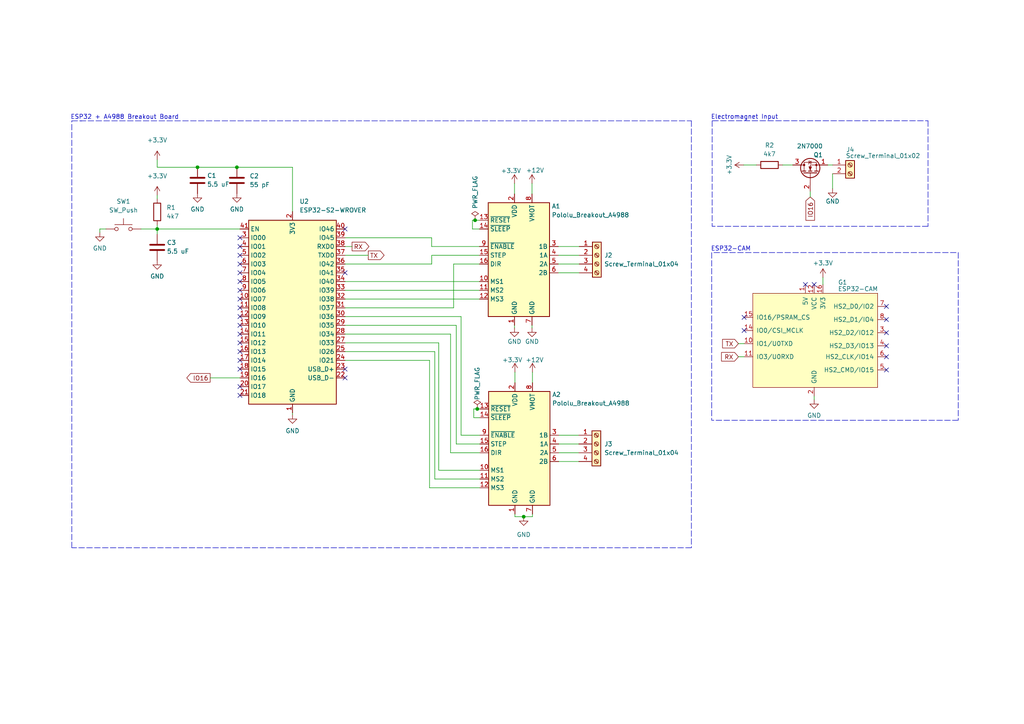
<source format=kicad_sch>
(kicad_sch (version 20211123) (generator eeschema)
  (paper "A4")
  (title_block (title "MCU, Camera, Motor Driver and Electromagnet") (date "2024-05-13"))
  (lib_symbols
    (symbol "Connector:Screw_Terminal_01x02" (pin_names (offset 1.016) hide)
      (property "Reference" "J" (at 0 2.54 0))
      (property "Value" "Screw_Terminal_01x02" (at 0 -5.08 0))
      (symbol "Screw_Terminal_01x02_1_1"
        (rectangle (start -1.27 1.27) (end 1.27 -3.81) (stroke (width 0.254)) (fill (type background)))
        (circle (center 0 -2.54) (radius 0.635) (stroke (width 0.1524)))
        (polyline (pts (xy -0.5334 -2.2098) (xy 0.3302 -3.048)) (stroke (width 0.1524)))
        (polyline (pts (xy -0.5334 0.3302) (xy 0.3302 -0.508)) (stroke (width 0.1524)))
        (polyline (pts (xy -0.3556 -2.032) (xy 0.508 -2.8702)) (stroke (width 0.1524)))
        (polyline (pts (xy -0.3556 0.508) (xy 0.508 -0.3302)) (stroke (width 0.1524)))
        (circle (center 0 0) (radius 0.635) (stroke (width 0.1524)))
        (pin passive line (at -5.08 0 0) (length 3.81) (name "Pin_1") (number "1"))
        (pin passive line (at -5.08 -2.54 0) (length 3.81) (name "Pin_2") (number "2"))
      )
    )
    (symbol "Connector:Screw_Terminal_01x04" (pin_names (offset 1.016) hide)
      (property "Reference" "J" (at 0 5.08 0))
      (property "Value" "Screw_Terminal_01x04" (at 0 -7.62 0))
      (symbol "Screw_Terminal_01x04_1_1"
        (rectangle (start -1.27 3.81) (end 1.27 -6.35) (stroke (width 0.254)) (fill (type background)))
        (circle (center 0 -5.08) (radius 0.635) (stroke (width 0.1524)))
        (circle (center 0 -2.54) (radius 0.635) (stroke (width 0.1524)))
        (polyline (pts (xy -0.5334 -4.7498) (xy 0.3302 -5.588)) (stroke (width 0.1524)))
        (polyline (pts (xy -0.5334 -2.2098) (xy 0.3302 -3.048)) (stroke (width 0.1524)))
        (polyline (pts (xy -0.5334 0.3302) (xy 0.3302 -0.508)) (stroke (width 0.1524)))
        (polyline (pts (xy -0.5334 2.8702) (xy 0.3302 2.032)) (stroke (width 0.1524)))
        (polyline (pts (xy -0.3556 -4.572) (xy 0.508 -5.4102)) (stroke (width 0.1524)))
        (polyline (pts (xy -0.3556 -2.032) (xy 0.508 -2.8702)) (stroke (width 0.1524)))
        (polyline (pts (xy -0.3556 0.508) (xy 0.508 -0.3302)) (stroke (width 0.1524)))
        (polyline (pts (xy -0.3556 3.048) (xy 0.508 2.2098)) (stroke (width 0.1524)))
        (circle (center 0 0) (radius 0.635) (stroke (width 0.1524)))
        (circle (center 0 2.54) (radius 0.635) (stroke (width 0.1524)))
        (pin passive line (at -5.08 2.54 0) (length 3.81) (name "Pin_1") (number "1"))
        (pin passive line (at -5.08 0 0) (length 3.81) (name "Pin_2") (number "2"))
        (pin passive line (at -5.08 -2.54 0) (length 3.81) (name "Pin_3") (number "3"))
        (pin passive line (at -5.08 -5.08 0) (length 3.81) (name "Pin_4") (number "4"))
      )
    )
    (symbol "Device:C" (pin_numbers hide) (pin_names (offset 0.254))
      (property "Reference" "C" (at 0.635 2.54 0))
      (property "Value" "C" (at 0.635 -2.54 0))
      (symbol "C_0_1"
        (polyline (pts (xy -2.032 -0.762) (xy 2.032 -0.762)) (stroke (width 0.508)))
        (polyline (pts (xy -2.032 0.762) (xy 2.032 0.762)) (stroke (width 0.508)))
      )
      (symbol "C_1_1"
        (pin passive line (at 0 3.81 270) (length 2.794) (name "~") (number "1"))
        (pin passive line (at 0 -3.81 90) (length 2.794) (name "~") (number "2"))
      )
    )
    (symbol "Device:R" (pin_numbers hide) (pin_names (offset 0))
      (property "Reference" "R" (at 2.032 0 90))
      (property "Value" "R" (at 0 0 90))
      (symbol "R_0_1"
        (rectangle (start -1.016 -2.54) (end 1.016 2.54) (stroke (width 0.254)))
      )
      (symbol "R_1_1"
        (pin passive line (at 0 3.81 270) (length 1.27) (name "~") (number "1"))
        (pin passive line (at 0 -3.81 90) (length 1.27) (name "~") (number "2"))
      )
    )
    (symbol "Driver_Motor:Pololu_Breakout_A4988"
      (property "Reference" "A" (at -2.54 19.05 0))
      (property "Value" "Pololu_Breakout_A4988" (at -2.54 16.51 0))
      (symbol "Pololu_Breakout_A4988_0_1"
        (rectangle (start 10.16 -17.78) (end -7.62 15.24) (stroke (width 0.254)) (fill (type background)))
      )
      (symbol "Pololu_Breakout_A4988_1_1"
        (pin power_in line (at 0 -20.32 90) (length 2.54) (name "GND") (number "1"))
        (pin input line (at -10.16 -7.62 0) (length 2.54) (name "MS1") (number "10"))
        (pin input line (at -10.16 -10.16 0) (length 2.54) (name "MS2") (number "11"))
        (pin input line (at -10.16 -12.7 0) (length 2.54) (name "MS3") (number "12"))
        (pin input line (at -10.16 10.16 0) (length 2.54) (name "~{RESET}") (number "13"))
        (pin input line (at -10.16 7.62 0) (length 2.54) (name "~{SLEEP}") (number "14"))
        (pin input line (at -10.16 0 0) (length 2.54) (name "STEP") (number "15"))
        (pin input line (at -10.16 -2.54 0) (length 2.54) (name "DIR") (number "16"))
        (pin power_in line (at 0 17.78 270) (length 2.54) (name "VDD") (number "2"))
        (pin output line (at 12.7 2.54 180) (length 2.54) (name "1B") (number "3"))
        (pin output line (at 12.7 0 180) (length 2.54) (name "1A") (number "4"))
        (pin output line (at 12.7 -2.54 180) (length 2.54) (name "2A") (number "5"))
        (pin output line (at 12.7 -5.08 180) (length 2.54) (name "2B") (number "6"))
        (pin power_in line (at 5.08 -20.32 90) (length 2.54) (name "GND") (number "7"))
        (pin power_in line (at 5.08 17.78 270) (length 2.54) (name "VMOT") (number "8"))
        (pin input line (at -10.16 2.54 0) (length 2.54) (name "~{ENABLE}") (number "9"))
      )
    )
    (symbol "ESP32-CAM:ESP32-CAM" (pin_names (offset 1.016))
      (symbol "ESP32-CAM_0_1"
        (rectangle (start -17.78 26.035) (end 18.415 -1.27) (fill (type background)))
      )
      (symbol "ESP32-CAM_1_1"
        (pin power_in line (at -2.54 28.575 270) (length 2.54) (name "5V") (number "1"))
        (pin bidirectional line (at -20.32 11.43 0) (length 2.54) (name "IO1/U0TXD") (number "10"))
        (pin bidirectional line (at -20.32 7.62 0) (length 2.54) (name "IO3/U0RXD") (number "11"))
        (pin power_in line (at 0 28.575 270) (length 2.54) (name "VCC") (number "12"))
        (pin bidirectional line (at -20.32 15.24 0) (length 2.54) (name "IO0/CSI_MCLK") (number "14"))
        (pin bidirectional line (at -20.32 19.05 0) (length 2.54) (name "IO16/PSRAM_CS") (number "15"))
        (pin power_in line (at 2.54 28.575 270) (length 2.54) (name "3V3") (number "16"))
        (pin power_in line (at 0 -3.81 90) (length 2.54) (name "GND") (number "2"))
        (pin bidirectional line (at 20.955 14.605 180) (length 2.54) (name "HS2_D2/IO12") (number "3"))
        (pin bidirectional line (at 20.955 10.795 180) (length 2.54) (name "HS2_D3/IO13") (number "4"))
        (pin bidirectional line (at 20.955 3.81 180) (length 2.54) (name "HS2_CMD/IO15") (number "5"))
        (pin bidirectional line (at 20.955 7.62 180) (length 2.54) (name "HS2_CLK/IO14") (number "6"))
        (pin bidirectional line (at 20.955 22.225 180) (length 2.54) (name "HS2_D0/IO2") (number "7"))
        (pin bidirectional line (at 20.955 18.415 180) (length 2.54) (name "HS2_D1/IO4") (number "8"))
      )
    )
    (symbol "RF_Module:ESP32-S2-WROVER"
      (property "Reference" "U" (at -12.7 29.21 0))
      (property "Value" "ESP32-S2-WROVER" (at 2.54 29.21 0))
      (symbol "ESP32-S2-WROVER_0_1"
        (rectangle (start -12.7 27.94) (end 12.7 -25.4) (stroke (width 0.254)) (fill (type background)))
      )
      (symbol "ESP32-S2-WROVER_1_1"
        (pin power_in line (at 0 -27.94 90) (length 2.54) (name "GND") (number "1"))
        (pin bidirectional line (at -15.24 5.08 0) (length 2.54) (name "IO07") (number "10"))
        (pin bidirectional line (at -15.24 2.54 0) (length 2.54) (name "IO08") (number "11"))
        (pin bidirectional line (at -15.24 0 0) (length 2.54) (name "IO09") (number "12"))
        (pin bidirectional line (at -15.24 -2.54 0) (length 2.54) (name "IO10") (number "13"))
        (pin bidirectional line (at -15.24 -5.08 0) (length 2.54) (name "IO11") (number "14"))
        (pin bidirectional line (at -15.24 -7.62 0) (length 2.54) (name "IO12") (number "15"))
        (pin bidirectional line (at -15.24 -10.16 0) (length 2.54) (name "IO13") (number "16"))
        (pin bidirectional line (at -15.24 -12.7 0) (length 2.54) (name "IO14") (number "17"))
        (pin bidirectional line (at -15.24 -15.24 0) (length 2.54) (name "IO15") (number "18"))
        (pin bidirectional line (at -15.24 -17.78 0) (length 2.54) (name "IO16") (number "19"))
        (pin power_in line (at 0 30.48 270) (length 2.54) (name "3V3") (number "2"))
        (pin bidirectional line (at -15.24 -20.32 0) (length 2.54) (name "IO17") (number "20"))
        (pin bidirectional line (at -15.24 -22.86 0) (length 2.54) (name "IO18") (number "21"))
        (pin bidirectional line (at 15.24 -17.78 180) (length 2.54) (name "USB_D-") (number "22"))
        (pin bidirectional line (at 15.24 -15.24 180) (length 2.54) (name "USB_D+") (number "23"))
        (pin bidirectional line (at 15.24 -12.7 180) (length 2.54) (name "IO21") (number "24"))
        (pin bidirectional line (at 15.24 -10.16 180) (length 2.54) (name "IO26") (number "25"))
        (pin passive line (at 0 -27.94 90) (length 2.54) hide (name "GND") (number "26"))
        (pin bidirectional line (at 15.24 -7.62 180) (length 2.54) (name "IO33") (number "27"))
        (pin bidirectional line (at 15.24 -5.08 180) (length 2.54) (name "IO34") (number "28"))
        (pin bidirectional line (at 15.24 -2.54 180) (length 2.54) (name "IO35") (number "29"))
        (pin bidirectional line (at -15.24 22.86 0) (length 2.54) (name "IO00") (number "3"))
        (pin bidirectional line (at 15.24 0 180) (length 2.54) (name "IO36") (number "30"))
        (pin bidirectional line (at 15.24 2.54 180) (length 2.54) (name "IO37") (number "31"))
        (pin bidirectional line (at 15.24 5.08 180) (length 2.54) (name "IO38") (number "32"))
        (pin bidirectional line (at 15.24 7.62 180) (length 2.54) (name "IO39") (number "33"))
        (pin bidirectional line (at 15.24 10.16 180) (length 2.54) (name "IO40") (number "34"))
        (pin bidirectional line (at 15.24 12.7 180) (length 2.54) (name "IO41") (number "35"))
        (pin bidirectional line (at 15.24 15.24 180) (length 2.54) (name "IO42") (number "36"))
        (pin bidirectional line (at 15.24 17.78 180) (length 2.54) (name "TXD0") (number "37"))
        (pin bidirectional line (at 15.24 20.32 180) (length 2.54) (name "RXD0") (number "38"))
        (pin bidirectional line (at 15.24 22.86 180) (length 2.54) (name "IO45") (number "39"))
        (pin bidirectional line (at -15.24 20.32 0) (length 2.54) (name "IO01") (number "4"))
        (pin input line (at 15.24 25.4 180) (length 2.54) (name "IO46") (number "40"))
        (pin input line (at -15.24 25.4 0) (length 2.54) (name "EN") (number "41"))
        (pin passive line (at 0 -27.94 90) (length 2.54) hide (name "GND") (number "42"))
        (pin passive line (at 0 -27.94 90) (length 2.54) hide (name "GND") (number "43"))
        (pin bidirectional line (at -15.24 17.78 0) (length 2.54) (name "IO02") (number "5"))
        (pin bidirectional line (at -15.24 15.24 0) (length 2.54) (name "IO03") (number "6"))
        (pin bidirectional line (at -15.24 12.7 0) (length 2.54) (name "IO04") (number "7"))
        (pin bidirectional line (at -15.24 10.16 0) (length 2.54) (name "IO05") (number "8"))
        (pin bidirectional line (at -15.24 7.62 0) (length 2.54) (name "IO06") (number "9"))
      )
    )
    (symbol "Switch:SW_Push" (pin_numbers hide) (pin_names (offset 1.016) hide)
      (property "Reference" "SW" (at 1.27 2.54 0))
      (property "Value" "SW_Push" (at 0 -1.524 0))
      (symbol "SW_Push_0_1"
        (circle (center -2.032 0) (radius 0.508))
        (polyline (pts (xy 0 1.27) (xy 0 3.048)))
        (polyline (pts (xy 2.54 1.27) (xy -2.54 1.27)))
        (circle (center 2.032 0) (radius 0.508))
        (pin passive line (at -5.08 0 0) (length 2.54) (name "1") (number "1"))
        (pin passive line (at 5.08 0 180) (length 2.54) (name "2") (number "2"))
      )
    )
    (symbol "Transistor_FET:2N7000" (pin_names hide)
      (property "Reference" "Q" (at 5.08 1.905 0))
      (property "Value" "2N7000" (at 5.08 0 0))
      (symbol "2N7000_0_1"
        (polyline (pts (xy 0.254 0) (xy -2.54 0)))
        (polyline (pts (xy 0.254 1.905) (xy 0.254 -1.905)) (stroke (width 0.254)))
        (polyline (pts (xy 0.762 -1.27) (xy 0.762 -2.286)) (stroke (width 0.254)))
        (polyline (pts (xy 0.762 0.508) (xy 0.762 -0.508)) (stroke (width 0.254)))
        (polyline (pts (xy 0.762 2.286) (xy 0.762 1.27)) (stroke (width 0.254)))
        (polyline (pts (xy 2.54 2.54) (xy 2.54 1.778)))
        (polyline (pts (xy 2.54 -2.54) (xy 2.54 0) (xy 0.762 0)))
        (polyline (pts (xy 0.762 -1.778) (xy 3.302 -1.778) (xy 3.302 1.778) (xy 0.762 1.778)))
        (polyline (pts (xy 1.016 0) (xy 2.032 0.381) (xy 2.032 -0.381) (xy 1.016 0)) (fill (type outline)))
        (polyline (pts (xy 2.794 0.508) (xy 2.921 0.381) (xy 3.683 0.381) (xy 3.81 0.254)))
        (polyline (pts (xy 3.302 0.381) (xy 2.921 -0.254) (xy 3.683 -0.254) (xy 3.302 0.381)))
        (circle (center 1.651 0) (radius 2.794) (stroke (width 0.254)))
        (circle (center 2.54 -1.778) (radius 0.254) (fill (type outline)))
        (circle (center 2.54 1.778) (radius 0.254) (fill (type outline)))
      )
      (symbol "2N7000_1_1"
        (pin passive line (at 2.54 -5.08 90) (length 2.54) (name "S") (number "1"))
        (pin input line (at -5.08 0 0) (length 2.54) (name "G") (number "2"))
        (pin passive line (at 2.54 5.08 270) (length 2.54) (name "D") (number "3"))
      )
    )
    (symbol "power:+12V" (power) (pin_names (offset 0))
      (property "Value" "+12V" (at 0 3.556 0))
      (symbol "+12V_0_1"
        (polyline (pts (xy -0.762 1.27) (xy 0 2.54)))
        (polyline (pts (xy 0 0) (xy 0 2.54)))
        (polyline (pts (xy 0 2.54) (xy 0.762 1.27)))
      )
      (symbol "+12V_1_1"
        (pin power_in line (at 0 0 90) (length 0) hide (name "+12V") (number "1"))
      )
    )
    (symbol "power:+3.3V" (power) (pin_names (offset 0))
      (property "Value" "+3.3V" (at 0 3.556 0))
      (symbol "+3.3V_0_1"
        (polyline (pts (xy -0.762 1.27) (xy 0 2.54)))
        (polyline (pts (xy 0 0) (xy 0 2.54)))
        (polyline (pts (xy 0 2.54) (xy 0.762 1.27)))
      )
      (symbol "+3.3V_1_1"
        (pin power_in line (at 0 0 90) (length 0) hide (name "+3.3V") (number "1"))
      )
    )
    (symbol "power:GND" (power) (pin_names (offset 0))
      (property "Value" "GND" (at 0 -3.81 0))
      (symbol "GND_0_1"
        (polyline (pts (xy 0 0) (xy 0 -1.27) (xy 1.27 -1.27) (xy 0 -2.54) (xy -1.27 -1.27) (xy 0 -1.27)))
      )
      (symbol "GND_1_1"
        (pin power_in line (at 0 0 270) (length 0) hide (name "GND") (number "1"))
      )
    )
    (symbol "power:PWR_FLAG" (power) (pin_numbers hide) (pin_names (offset 0) hide)
      (property "Value" "PWR_FLAG" (at 0 3.81 0))
      (symbol "PWR_FLAG_0_0"
        (pin power_out line (at 0 0 90) (length 0) (name "pwr") (number "1"))
      )
      (symbol "PWR_FLAG_0_1"
        (polyline (pts (xy 0 0) (xy 0 1.27) (xy -1.016 1.905) (xy 0 2.54) (xy 1.016 1.905) (xy 0 1.27)))
      )
    )
  )
  (junction (at 138.43 118.618))
  (junction (at 57.277 48.514))
  (junction (at 45.593 66.421))
  (junction (at 151.892 149.86))
  (junction (at 68.707 48.514))
  (junction (at 137.795 63.881))
  (no_connect (at 69.596 89.281))
  (no_connect (at 69.596 99.441))
  (no_connect (at 69.596 104.521))
  (no_connect (at 257.0988 96.4946))
  (no_connect (at 236.1438 82.5246))
  (no_connect (at 100.076 79.121))
  (no_connect (at 69.596 91.821))
  (no_connect (at 69.596 81.661))
  (no_connect (at 257.0988 103.4796))
  (no_connect (at 100.076 107.061))
  (no_connect (at 215.8238 92.0496))
  (no_connect (at 233.6038 82.5246))
  (no_connect (at 257.0988 100.3046))
  (no_connect (at 215.8238 95.8596))
  (no_connect (at 257.0988 107.2896))
  (no_connect (at 100.076 66.421))
  (no_connect (at 69.596 94.361))
  (no_connect (at 257.0988 88.8746))
  (no_connect (at 69.596 114.681))
  (no_connect (at 100.076 109.601))
  (no_connect (at 69.596 76.581))
  (no_connect (at 69.596 101.981))
  (no_connect (at 69.596 84.201))
  (no_connect (at 69.596 71.501))
  (no_connect (at 257.0988 92.6846))
  (no_connect (at 69.596 68.961))
  (no_connect (at 69.596 107.061))
  (no_connect (at 69.596 79.121))
  (no_connect (at 69.596 96.901))
  (no_connect (at 69.596 74.041))
  (no_connect (at 69.596 86.741))
  (no_connect (at 69.596 112.141))
  (wire (pts (xy 100.076 84.201) (xy 139.065 84.201)))
  (polyline (pts (xy 277.9268 73.2536) (xy 277.9268 121.8946)))
  (wire (pts (xy 139.065 66.421) (xy 137.033 66.421)))
  (wire (pts (xy 100.076 86.741) (xy 139.065 86.741)))
  (polyline (pts (xy 206.4258 73.2536) (xy 206.4258 121.8946)))
  (polyline (pts (xy 206.6798 35.0266) (xy 269.1638 35.0266)))
  (polyline (pts (xy 20.828 35.052) (xy 23.749 35.052)))
  (wire (pts (xy 214.1728 103.4796) (xy 215.8238 103.4796)))
  (polyline (pts (xy 200.533 35.052) (xy 200.533 158.877)))
  (wire (pts (xy 124.587 104.521) (xy 100.076 104.521)))
  (wire (pts (xy 154.432 149.86) (xy 151.892 149.86)))
  (wire (pts (xy 45.593 66.421) (xy 69.596 66.421)))
  (wire (pts (xy 215.6968 47.8536) (xy 219.3798 47.8536)))
  (wire (pts (xy 57.277 48.514) (xy 68.707 48.514)))
  (wire (pts (xy 161.925 79.121) (xy 168.021 79.121)))
  (wire (pts (xy 100.076 81.661) (xy 139.065 81.661)))
  (wire (pts (xy 154.305 94.361) (xy 154.305 95.123)))
  (wire (pts (xy 130.683 131.318) (xy 139.192 131.318)))
  (wire (pts (xy 84.836 48.514) (xy 84.836 61.341)))
  (wire (pts (xy 28.956 66.421) (xy 30.734 66.421)))
  (polyline (pts (xy 23.241 35.052) (xy 200.533 35.052)))
  (wire (pts (xy 100.076 68.961) (xy 125.1966 68.961)))
  (wire (pts (xy 137.795 63.881) (xy 139.065 63.881)))
  (wire (pts (xy 133.731 91.821) (xy 100.076 91.821)))
  (polyline (pts (xy 206.5528 35.0266) (xy 206.5528 65.6336)))
  (wire (pts (xy 154.432 149.098) (xy 154.432 149.86)))
  (polyline (pts (xy 269.1638 65.6336) (xy 206.5528 65.6336)))
  (wire (pts (xy 127.254 99.441) (xy 100.076 99.441)))
  (wire (pts (xy 154.305 53.213) (xy 154.305 56.261)))
  (wire (pts (xy 28.956 67.437) (xy 28.956 66.421)))
  (wire (pts (xy 139.065 76.581) (xy 131.572 76.581)))
  (wire (pts (xy 162.052 128.778) (xy 167.894 128.778)))
  (wire (pts (xy 45.593 66.421) (xy 45.593 67.945)))
  (wire (pts (xy 131.572 76.581) (xy 131.572 89.281)))
  (wire (pts (xy 149.352 149.098) (xy 149.352 149.86)))
  (polyline (pts (xy 20.828 158.877) (xy 20.828 35.052)))
  (wire (pts (xy 139.192 118.618) (xy 138.43 118.618)))
  (wire (pts (xy 162.052 126.238) (xy 167.894 126.238)))
  (wire (pts (xy 240.0808 47.8536) (xy 241.4778 47.8536)))
  (wire (pts (xy 130.683 96.901) (xy 100.076 96.901)))
  (wire (pts (xy 154.432 107.95) (xy 154.432 110.998)))
  (wire (pts (xy 100.076 71.501) (xy 102.108 71.501)))
  (wire (pts (xy 100.076 74.041) (xy 106.807 74.041)))
  (wire (pts (xy 132.334 94.361) (xy 132.334 128.778)))
  (wire (pts (xy 124.587 141.478) (xy 139.192 141.478)))
  (wire (pts (xy 137.033 63.881) (xy 137.795 63.881)))
  (wire (pts (xy 100.076 101.981) (xy 126.111 101.981)))
  (wire (pts (xy 125.222 74.041) (xy 139.065 74.041)))
  (wire (pts (xy 162.052 131.318) (xy 167.894 131.318)))
  (polyline (pts (xy 269.1638 35.0266) (xy 269.1638 65.6336)))
  (wire (pts (xy 84.836 119.761) (xy 84.836 120.269)))
  (wire (pts (xy 132.334 128.778) (xy 139.192 128.778)))
  (polyline (pts (xy 200.533 158.877) (xy 20.828 158.877)))
  (wire (pts (xy 149.352 149.86) (xy 151.892 149.86)))
  (wire (pts (xy 238.6838 80.4926) (xy 238.6838 82.5246)))
  (wire (pts (xy 138.43 118.618) (xy 137.414 118.618)))
  (wire (pts (xy 161.925 74.041) (xy 168.021 74.041)))
  (wire (pts (xy 137.033 63.881) (xy 137.033 66.421)))
  (wire (pts (xy 133.731 126.238) (xy 139.192 126.238)))
  (wire (pts (xy 100.076 94.361) (xy 132.334 94.361)))
  (polyline (pts (xy 207.0608 73.2536) (xy 277.9268 73.2536)))
  (wire (pts (xy 149.225 53.213) (xy 149.225 56.261)))
  (wire (pts (xy 125.1966 71.501) (xy 139.065 71.501)))
  (wire (pts (xy 125.1966 68.961) (xy 125.1966 71.501)))
  (wire (pts (xy 131.572 89.281) (xy 100.076 89.281)))
  (wire (pts (xy 45.593 56.642) (xy 45.593 57.658)))
  (polyline (pts (xy 277.9268 121.8946) (xy 206.4258 121.8946)))
  (wire (pts (xy 226.9998 47.8536) (xy 229.9208 47.8536)))
  (wire (pts (xy 45.593 65.278) (xy 45.593 66.421)))
  (wire (pts (xy 133.731 126.238) (xy 133.731 91.821)))
  (wire (pts (xy 161.925 76.581) (xy 168.021 76.581)))
  (wire (pts (xy 149.352 107.95) (xy 149.352 110.998)))
  (wire (pts (xy 125.222 76.581) (xy 125.222 74.041)))
  (wire (pts (xy 137.414 121.158) (xy 139.192 121.158)))
  (wire (pts (xy 214.1728 99.6696) (xy 215.8238 99.6696)))
  (wire (pts (xy 137.414 118.618) (xy 137.414 121.158)))
  (wire (pts (xy 161.925 71.501) (xy 168.021 71.501)))
  (wire (pts (xy 100.076 76.581) (xy 125.222 76.581)))
  (wire (pts (xy 60.96 109.601) (xy 69.596 109.601)))
  (wire (pts (xy 68.707 48.514) (xy 84.836 48.514)))
  (wire (pts (xy 127.254 136.398) (xy 127.254 99.441)))
  (wire (pts (xy 45.593 48.514) (xy 57.277 48.514)))
  (wire (pts (xy 126.111 101.981) (xy 126.111 138.938)))
  (wire (pts (xy 45.593 46.355) (xy 45.593 48.514)))
  (wire (pts (xy 149.225 94.361) (xy 149.225 95.123)))
  (wire (pts (xy 130.683 131.318) (xy 130.683 96.901)))
  (wire (pts (xy 236.1438 114.9096) (xy 236.1438 115.9256)))
  (wire (pts (xy 40.894 66.421) (xy 45.593 66.421)))
  (wire (pts (xy 139.192 136.398) (xy 127.254 136.398)))
  (wire (pts (xy 162.052 133.858) (xy 167.894 133.858)))
  (wire (pts (xy 235.0008 55.4736) (xy 235.0008 57.1246)))
  (wire (pts (xy 241.4778 50.3936) (xy 241.4778 54.7116)))
  (wire (pts (xy 124.587 141.478) (xy 124.587 104.521)))
  (wire (pts (xy 139.192 138.938) (xy 126.111 138.938)))
  (text "ESP32 + A4988 Breakout Board" (at 20.447 34.798 0) (effects (font (size 1.27 1.27)) (justify left bottom)))
  (text "Electromagnet Input\n" (at 206.1718 34.7726 0) (effects (font (size 1.27 1.27)) (justify left bottom)))
  (text "ESP32-CAM" (at 206.1718 72.9996 0) (effects (font (size 1.27 1.27)) (justify left bottom)))
  (global_label "TX" (shape input) (at 214.1728 99.6696 180) (property "Intersheet References" "${INTERSHEET_REFS}" (effects hide)))
  (global_label "TX" (shape output) (at 106.807 74.041 0) (property "Intersheet References" "${INTERSHEET_REFS}" (effects hide)))
  (global_label "RX" (shape input) (at 214.1728 103.4796 180) (property "Intersheet References" "${INTERSHEET_REFS}" (effects hide)))
  (global_label "IO16" (shape output) (at 60.96 109.601 180) (property "Intersheet References" "${INTERSHEET_REFS}" (effects hide)))
  (global_label "RX" (shape output) (at 102.108 71.501 0) (property "Intersheet References" "${INTERSHEET_REFS}" (effects hide)))
  (global_label "IO16" (shape input) (at 235.0008 57.1246 270) (property "Intersheet References" "${INTERSHEET_REFS}" (effects hide)))
  (symbol (lib_id "power:+3.3V") (at 45.593 56.642 0) (unit 1)
    (property "Reference" "#PWR0116" (effects hide))
    (property "Value" "+3.3V" (at 45.593 51.054 0))
  )
  (symbol (lib_id "Device:C") (at 57.277 52.324 0) (unit 1)
    (property "Reference" "C1" (at 60.071 50.927 0) (effects (justify left)))
    (property "Value" "5.5 uF" (at 60.071 53.467 0) (effects (justify left)))
    (property "Footprint" "Capacitor_SMD:C_0402_1005Metric_Pad0.74x0.62mm_HandSolder" (effects hide))
  )
  (symbol (lib_id "power:+3.3V") (at 238.6838 80.4926 0) (unit 1)
    (property "Reference" "#PWR0102" (effects hide))
    (property "Value" "+3.3V" (at 238.6838 76.3016 0))
  )
  (symbol (lib_id "Connector:Screw_Terminal_01x04") (at 172.974 128.778 0) (unit 1)
    (property "Reference" "J3" (at 175.26 128.7779 0) (effects (justify left)))
    (property "Value" "Screw_Terminal_01x04" (at 175.26 131.3179 0) (effects (justify left)))
    (property "Footprint" "Connector_PinHeader_1.27mm:PinHeader_1x04_P1.27mm_Vertical" (effects hide))
  )
  (symbol (lib_id "Connector:Screw_Terminal_01x02") (at 246.5578 47.8536 0) (unit 1)
    (property "Reference" "J4" (at 245.4148 43.4086 0) (effects (justify left)))
    (property "Value" "Screw_Terminal_01x02" (at 245.2878 45.1866 0) (effects (justify left)))
    (property "Footprint" "Connector_PinHeader_1.27mm:PinHeader_1x02_P1.27mm_Vertical" (effects hide))
  )
  (symbol (lib_id "power:GND") (at 151.892 149.86 0) (unit 1)
    (property "Reference" "#PWR0112" (effects hide))
    (property "Value" "GND" (at 151.892 155.067 0))
  )
  (symbol (lib_id "power:GND") (at 57.277 56.134 0) (unit 1)
    (property "Reference" "#PWR0113" (effects hide))
    (property "Value" "GND" (at 57.277 60.706 0))
  )
  (symbol (lib_id "Driver_Motor:Pololu_Breakout_A4988") (at 149.225 74.041 0) (unit 1)
    (property "Reference" "A1" (at 160.02 59.817 0) (effects (justify left)))
    (property "Value" "Pololu_Breakout_A4988" (at 160.02 62.357 0) (effects (justify left)))
    (property "Footprint" "Module:Pololu_Breakout-16_15.2x20.3mm" (effects hide))
    (property "Datasheet" "https://www.pololu.com/product/2980/pictures" (effects hide))
  )
  (symbol (lib_id "power:GND") (at 68.707 56.134 0) (unit 1)
    (property "Reference" "#PWR0109" (effects hide))
    (property "Value" "GND" (at 68.707 60.706 0))
  )
  (symbol (lib_id "power:+12V") (at 154.432 107.95 0) (unit 1)
    (property "Reference" "#PWR0108" (effects hide))
    (property "Value" "+12V" (at 155.067 104.394 0))
  )
  (symbol (lib_id "Switch:SW_Push") (at 35.814 66.421 0) (unit 1)
    (property "Reference" "SW1" (at 35.814 58.42 0))
    (property "Value" "SW_Push" (at 35.814 60.96 0))
    (property "Footprint" "Button_Switch_SMD:SW_Push_1P1T_NO_6x6mm_H9.5mm" (effects hide))
  )
  (symbol (lib_id "power:PWR_FLAG") (at 137.795 63.881 0) (unit 1)
    (property "Reference" "#FLG0102" (effects hide))
    (property "Value" "PWR_FLAG" (at 137.795 55.753 90))
  )
  (symbol (lib_id "Connector:Screw_Terminal_01x04") (at 173.101 74.041 0) (unit 1)
    (property "Reference" "J2" (at 175.26 74.0409 0) (effects (justify left)))
    (property "Value" "Screw_Terminal_01x04" (at 175.26 76.5809 0) (effects (justify left)))
    (property "Footprint" "Connector_PinHeader_1.27mm:PinHeader_1x04_P1.27mm_Vertical" (effects hide))
  )
  (symbol (lib_id "power:GND") (at 84.836 120.269 0) (unit 1)
    (property "Reference" "#PWR0118" (effects hide))
    (property "Value" "GND" (at 84.836 124.968 0))
  )
  (symbol (lib_id "power:+3.3V") (at 45.593 46.355 0) (unit 1)
    (property "Reference" "#PWR0117" (effects hide))
    (property "Value" "+3.3V" (at 45.593 40.64 0))
  )
  (symbol (lib_id "RF_Module:ESP32-S2-WROVER") (at 84.836 91.821 0) (unit 1)
    (property "Reference" "U2" (at 86.8554 58.42 0) (effects (justify left)))
    (property "Value" "ESP32-S2-WROVER" (at 86.8554 60.96 0) (effects (justify left)))
    (property "Footprint" "RF_Module:ESP32-S2-WROVER" (effects hide))
    (property "Datasheet" "https://www.espressif.com/sites/default/files/documentation/esp32-s2-wroom_esp32-s2-wroom-i_datasheet_en.pdf" (effects hide))
  )
  (symbol (lib_id "power:+3.3V") (at 149.225 53.213 0) (unit 1)
    (property "Reference" "#PWR0110" (effects hide))
    (property "Value" "+3.3V" (at 148.209 49.53 0))
  )
  (symbol (lib_id "power:GND") (at 149.225 95.123 0) (unit 1)
    (property "Reference" "#PWR0106" (effects hide))
    (property "Value" "GND" (at 149.225 99.06 0))
  )
  (symbol (lib_id "Device:C") (at 68.707 52.324 0) (unit 1)
    (property "Reference" "C2" (at 72.39 51.0539 0) (effects (justify left)))
    (property "Value" "55 pF" (at 72.39 53.5939 0) (effects (justify left)))
    (property "Footprint" "Capacitor_SMD:C_0402_1005Metric_Pad0.74x0.62mm_HandSolder" (effects hide))
  )
  (symbol (lib_id "power:GND") (at 236.1438 115.9256 0) (unit 1)
    (property "Reference" "#PWR0103" (effects hide))
    (property "Value" "GND" (at 236.1438 120.4976 0))
  )
  (symbol (lib_id "power:+3.3V") (at 149.352 107.95 0) (unit 1)
    (property "Reference" "#PWR0107" (effects hide))
    (property "Value" "+3.3V" (at 148.59 104.394 0))
  )
  (symbol (lib_id "ESP32-CAM:ESP32-CAM") (at 236.1438 111.0996 0) (unit 1)
    (property "Reference" "G1" (at 244.3988 81.8896 0))
    (property "Value" "ESP32-CAM" (at 248.8438 83.7946 0))
    (property "Footprint" "ESP32-CAM:ESP32-CAM" (effects hide))
  )
  (symbol (lib_id "Device:C") (at 45.593 71.755 0) (unit 1)
    (property "Reference" "C3" (at 48.387 70.358 0) (effects (justify left)))
    (property "Value" "5.5 uF" (at 48.387 72.898 0) (effects (justify left)))
    (property "Footprint" "Capacitor_SMD:C_0402_1005Metric_Pad0.74x0.62mm_HandSolder" (effects hide))
  )
  (symbol (lib_id "power:GND") (at 154.305 95.123 0) (unit 1)
    (property "Reference" "#PWR0127" (effects hide))
    (property "Value" "GND" (at 154.305 99.06 0))
  )
  (symbol (lib_id "power:GND") (at 241.4778 54.7116 0) (unit 1)
    (property "Reference" "#PWR0105" (effects hide))
    (property "Value" "GND" (at 241.4778 58.3946 0))
  )
  (symbol (lib_id "Device:R") (at 223.1898 47.8536 90) (unit 1)
    (property "Reference" "R2" (at 223.1898 42.1386 90))
    (property "Value" "4k7" (at 223.1898 44.6786 90))
    (property "Footprint" "Resistor_SMD:R_4020_10251Metric_Pad1.65x5.30mm_HandSolder" (effects hide))
  )
  (symbol (lib_id "power:+3.3V") (at 215.6968 47.8536 90) (unit 1)
    (property "Reference" "#PWR0104" (effects hide))
    (property "Value" "+3.3V" (at 211.5058 47.8536 0))
  )
  (symbol (lib_id "Device:R") (at 45.593 61.468 0) (unit 1)
    (property "Reference" "R1" (at 48.26 60.1979 0) (effects (justify left)))
    (property "Value" "4k7" (at 48.26 62.7379 0) (effects (justify left)))
    (property "Footprint" "Resistor_SMD:R_4020_10251Metric_Pad1.65x5.30mm_HandSolder" (effects hide))
  )
  (symbol (lib_id "Transistor_FET:2N7000") (at 235.0008 50.3936 90) (unit 1)
    (property "Reference" "Q1" (at 238.6838 44.9326 90) (effects (justify left)))
    (property "Value" "2N7000" (at 238.6838 42.3926 90) (effects (justify left)))
    (property "Footprint" "Package_TO_SOT_THT:TO-92_Inline" (effects hide))
    (property "Datasheet" "https://www.vishay.com/docs/70226/70226.pdf" (effects hide))
  )
  (symbol (lib_id "power:+12V") (at 154.305 53.213 0) (unit 1)
    (property "Reference" "#PWR0111" (effects hide))
    (property "Value" "+12V" (at 155.194 49.403 0))
  )
  (symbol (lib_id "power:GND") (at 28.956 67.437 0) (unit 1)
    (property "Reference" "#PWR0115" (effects hide))
    (property "Value" "GND" (at 28.956 72.009 0))
  )
  (symbol (lib_id "power:PWR_FLAG") (at 138.43 118.618 0) (unit 1)
    (property "Reference" "#FLG0103" (effects hide))
    (property "Value" "PWR_FLAG" (at 138.43 111.252 90))
  )
  (symbol (lib_id "power:GND") (at 45.593 75.565 0) (unit 1)
    (property "Reference" "#PWR0114" (effects hide))
    (property "Value" "GND" (at 45.593 80.137 0))
  )
  (symbol (lib_id "Driver_Motor:Pololu_Breakout_A4988") (at 149.352 128.778 0) (unit 1)
    (property "Reference" "A2" (at 160.147 114.427 0) (effects (justify left)))
    (property "Value" "Pololu_Breakout_A4988" (at 160.147 116.967 0) (effects (justify left)))
    (property "Footprint" "Module:Pololu_Breakout-16_15.2x20.3mm" (effects hide))
    (property "Datasheet" "https://www.pololu.com/product/2980/pictures" (effects hide))
  )
)
</source>
